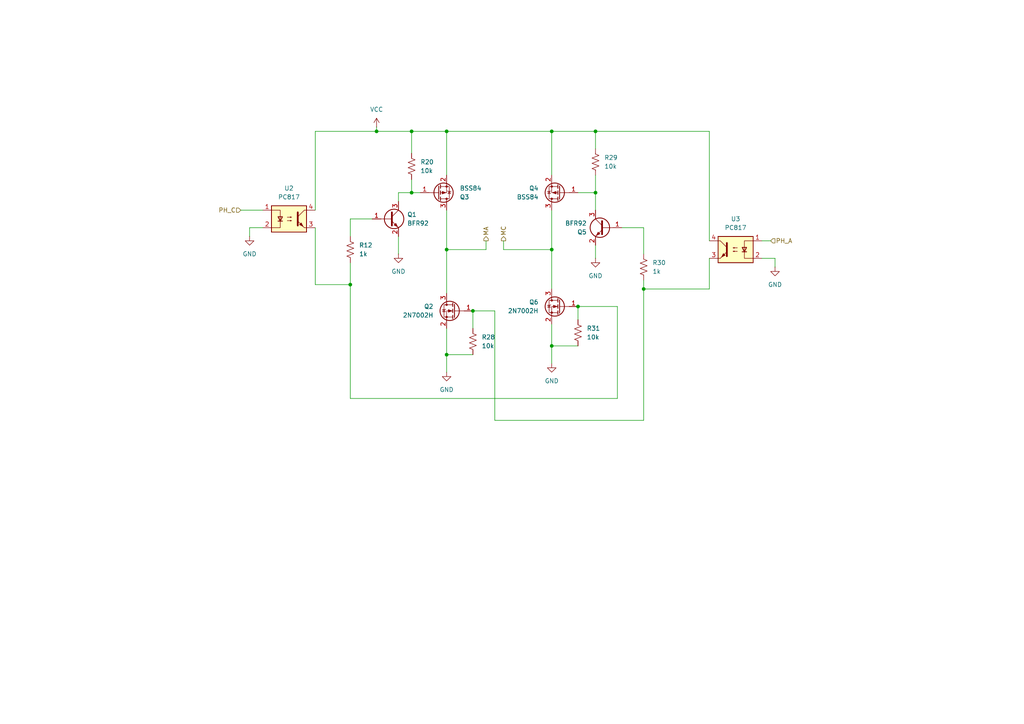
<source format=kicad_sch>
(kicad_sch
	(version 20250114)
	(generator "eeschema")
	(generator_version "9.0")
	(uuid "d211ad78-8682-48bd-b26d-fc971c8a0a5e")
	(paper "A4")
	(lib_symbols
		(symbol "Device:R_US"
			(pin_numbers
				(hide yes)
			)
			(pin_names
				(offset 0)
			)
			(exclude_from_sim no)
			(in_bom yes)
			(on_board yes)
			(property "Reference" "R"
				(at 2.54 0 90)
				(effects
					(font
						(size 1.27 1.27)
					)
				)
			)
			(property "Value" "R_US"
				(at -2.54 0 90)
				(effects
					(font
						(size 1.27 1.27)
					)
				)
			)
			(property "Footprint" ""
				(at 1.016 -0.254 90)
				(effects
					(font
						(size 1.27 1.27)
					)
					(hide yes)
				)
			)
			(property "Datasheet" "~"
				(at 0 0 0)
				(effects
					(font
						(size 1.27 1.27)
					)
					(hide yes)
				)
			)
			(property "Description" "Resistor, US symbol"
				(at 0 0 0)
				(effects
					(font
						(size 1.27 1.27)
					)
					(hide yes)
				)
			)
			(property "ki_keywords" "R res resistor"
				(at 0 0 0)
				(effects
					(font
						(size 1.27 1.27)
					)
					(hide yes)
				)
			)
			(property "ki_fp_filters" "R_*"
				(at 0 0 0)
				(effects
					(font
						(size 1.27 1.27)
					)
					(hide yes)
				)
			)
			(symbol "R_US_0_1"
				(polyline
					(pts
						(xy 0 2.286) (xy 0 2.54)
					)
					(stroke
						(width 0)
						(type default)
					)
					(fill
						(type none)
					)
				)
				(polyline
					(pts
						(xy 0 2.286) (xy 1.016 1.905) (xy 0 1.524) (xy -1.016 1.143) (xy 0 0.762)
					)
					(stroke
						(width 0)
						(type default)
					)
					(fill
						(type none)
					)
				)
				(polyline
					(pts
						(xy 0 0.762) (xy 1.016 0.381) (xy 0 0) (xy -1.016 -0.381) (xy 0 -0.762)
					)
					(stroke
						(width 0)
						(type default)
					)
					(fill
						(type none)
					)
				)
				(polyline
					(pts
						(xy 0 -0.762) (xy 1.016 -1.143) (xy 0 -1.524) (xy -1.016 -1.905) (xy 0 -2.286)
					)
					(stroke
						(width 0)
						(type default)
					)
					(fill
						(type none)
					)
				)
				(polyline
					(pts
						(xy 0 -2.286) (xy 0 -2.54)
					)
					(stroke
						(width 0)
						(type default)
					)
					(fill
						(type none)
					)
				)
			)
			(symbol "R_US_1_1"
				(pin passive line
					(at 0 3.81 270)
					(length 1.27)
					(name "~"
						(effects
							(font
								(size 1.27 1.27)
							)
						)
					)
					(number "1"
						(effects
							(font
								(size 1.27 1.27)
							)
						)
					)
				)
				(pin passive line
					(at 0 -3.81 90)
					(length 1.27)
					(name "~"
						(effects
							(font
								(size 1.27 1.27)
							)
						)
					)
					(number "2"
						(effects
							(font
								(size 1.27 1.27)
							)
						)
					)
				)
			)
			(embedded_fonts no)
		)
		(symbol "Isolator:PC817"
			(pin_names
				(offset 1.016)
			)
			(exclude_from_sim no)
			(in_bom yes)
			(on_board yes)
			(property "Reference" "U"
				(at -5.08 5.08 0)
				(effects
					(font
						(size 1.27 1.27)
					)
					(justify left)
				)
			)
			(property "Value" "PC817"
				(at 0 5.08 0)
				(effects
					(font
						(size 1.27 1.27)
					)
					(justify left)
				)
			)
			(property "Footprint" "Package_DIP:DIP-4_W7.62mm"
				(at -5.08 -5.08 0)
				(effects
					(font
						(size 1.27 1.27)
						(italic yes)
					)
					(justify left)
					(hide yes)
				)
			)
			(property "Datasheet" "http://www.soselectronic.cz/a_info/resource/d/pc817.pdf"
				(at 0 0 0)
				(effects
					(font
						(size 1.27 1.27)
					)
					(justify left)
					(hide yes)
				)
			)
			(property "Description" "DC Optocoupler, Vce 35V, CTR 50-300%, DIP-4"
				(at 0 0 0)
				(effects
					(font
						(size 1.27 1.27)
					)
					(hide yes)
				)
			)
			(property "ki_keywords" "NPN DC Optocoupler"
				(at 0 0 0)
				(effects
					(font
						(size 1.27 1.27)
					)
					(hide yes)
				)
			)
			(property "ki_fp_filters" "DIP*W7.62mm*"
				(at 0 0 0)
				(effects
					(font
						(size 1.27 1.27)
					)
					(hide yes)
				)
			)
			(symbol "PC817_0_1"
				(rectangle
					(start -5.08 3.81)
					(end 5.08 -3.81)
					(stroke
						(width 0.254)
						(type default)
					)
					(fill
						(type background)
					)
				)
				(polyline
					(pts
						(xy -5.08 2.54) (xy -2.54 2.54) (xy -2.54 -0.635)
					)
					(stroke
						(width 0)
						(type default)
					)
					(fill
						(type none)
					)
				)
				(polyline
					(pts
						(xy -3.175 -0.635) (xy -1.905 -0.635)
					)
					(stroke
						(width 0.254)
						(type default)
					)
					(fill
						(type none)
					)
				)
				(polyline
					(pts
						(xy -2.54 -0.635) (xy -2.54 -2.54) (xy -5.08 -2.54)
					)
					(stroke
						(width 0)
						(type default)
					)
					(fill
						(type none)
					)
				)
				(polyline
					(pts
						(xy -2.54 -0.635) (xy -3.175 0.635) (xy -1.905 0.635) (xy -2.54 -0.635)
					)
					(stroke
						(width 0.254)
						(type default)
					)
					(fill
						(type none)
					)
				)
				(polyline
					(pts
						(xy -0.508 0.508) (xy 0.762 0.508) (xy 0.381 0.381) (xy 0.381 0.635) (xy 0.762 0.508)
					)
					(stroke
						(width 0)
						(type default)
					)
					(fill
						(type none)
					)
				)
				(polyline
					(pts
						(xy -0.508 -0.508) (xy 0.762 -0.508) (xy 0.381 -0.635) (xy 0.381 -0.381) (xy 0.762 -0.508)
					)
					(stroke
						(width 0)
						(type default)
					)
					(fill
						(type none)
					)
				)
				(polyline
					(pts
						(xy 2.54 1.905) (xy 2.54 -1.905) (xy 2.54 -1.905)
					)
					(stroke
						(width 0.508)
						(type default)
					)
					(fill
						(type none)
					)
				)
				(polyline
					(pts
						(xy 2.54 0.635) (xy 4.445 2.54)
					)
					(stroke
						(width 0)
						(type default)
					)
					(fill
						(type none)
					)
				)
				(polyline
					(pts
						(xy 3.048 -1.651) (xy 3.556 -1.143) (xy 4.064 -2.159) (xy 3.048 -1.651) (xy 3.048 -1.651)
					)
					(stroke
						(width 0)
						(type default)
					)
					(fill
						(type outline)
					)
				)
				(polyline
					(pts
						(xy 4.445 2.54) (xy 5.08 2.54)
					)
					(stroke
						(width 0)
						(type default)
					)
					(fill
						(type none)
					)
				)
				(polyline
					(pts
						(xy 4.445 -2.54) (xy 2.54 -0.635)
					)
					(stroke
						(width 0)
						(type default)
					)
					(fill
						(type outline)
					)
				)
				(polyline
					(pts
						(xy 4.445 -2.54) (xy 5.08 -2.54)
					)
					(stroke
						(width 0)
						(type default)
					)
					(fill
						(type none)
					)
				)
			)
			(symbol "PC817_1_1"
				(pin passive line
					(at -7.62 2.54 0)
					(length 2.54)
					(name "~"
						(effects
							(font
								(size 1.27 1.27)
							)
						)
					)
					(number "1"
						(effects
							(font
								(size 1.27 1.27)
							)
						)
					)
				)
				(pin passive line
					(at -7.62 -2.54 0)
					(length 2.54)
					(name "~"
						(effects
							(font
								(size 1.27 1.27)
							)
						)
					)
					(number "2"
						(effects
							(font
								(size 1.27 1.27)
							)
						)
					)
				)
				(pin passive line
					(at 7.62 2.54 180)
					(length 2.54)
					(name "~"
						(effects
							(font
								(size 1.27 1.27)
							)
						)
					)
					(number "4"
						(effects
							(font
								(size 1.27 1.27)
							)
						)
					)
				)
				(pin passive line
					(at 7.62 -2.54 180)
					(length 2.54)
					(name "~"
						(effects
							(font
								(size 1.27 1.27)
							)
						)
					)
					(number "3"
						(effects
							(font
								(size 1.27 1.27)
							)
						)
					)
				)
			)
			(embedded_fonts no)
		)
		(symbol "Transistor_BJT:BFR92"
			(pin_names
				(offset 0)
				(hide yes)
			)
			(exclude_from_sim no)
			(in_bom yes)
			(on_board yes)
			(property "Reference" "Q"
				(at 5.08 1.905 0)
				(effects
					(font
						(size 1.27 1.27)
					)
					(justify left)
				)
			)
			(property "Value" "BFR92"
				(at 5.08 0 0)
				(effects
					(font
						(size 1.27 1.27)
					)
					(justify left)
				)
			)
			(property "Footprint" "Package_TO_SOT_SMD:SOT-323_SC-70"
				(at 5.08 -1.905 0)
				(effects
					(font
						(size 1.27 1.27)
						(italic yes)
					)
					(justify left)
					(hide yes)
				)
			)
			(property "Datasheet" "https://assets.nexperia.com/documents/data-sheet/BFR92A_N.pdf"
				(at 0 0 0)
				(effects
					(font
						(size 1.27 1.27)
					)
					(justify left)
					(hide yes)
				)
			)
			(property "Description" "0.025A Ic, 15V Vce, 5GHz Wideband NPN Transistor, SOT-323"
				(at 0 0 0)
				(effects
					(font
						(size 1.27 1.27)
					)
					(hide yes)
				)
			)
			(property "ki_keywords" "RF 5GHz NPN Transistor"
				(at 0 0 0)
				(effects
					(font
						(size 1.27 1.27)
					)
					(hide yes)
				)
			)
			(property "ki_fp_filters" "SOT?323*"
				(at 0 0 0)
				(effects
					(font
						(size 1.27 1.27)
					)
					(hide yes)
				)
			)
			(symbol "BFR92_0_1"
				(polyline
					(pts
						(xy -2.54 0) (xy 0.635 0)
					)
					(stroke
						(width 0)
						(type default)
					)
					(fill
						(type none)
					)
				)
				(polyline
					(pts
						(xy 0.635 1.905) (xy 0.635 -1.905)
					)
					(stroke
						(width 0.508)
						(type default)
					)
					(fill
						(type none)
					)
				)
				(circle
					(center 1.27 0)
					(radius 2.8194)
					(stroke
						(width 0.254)
						(type default)
					)
					(fill
						(type none)
					)
				)
			)
			(symbol "BFR92_1_1"
				(polyline
					(pts
						(xy 0.635 0.635) (xy 2.54 2.54)
					)
					(stroke
						(width 0)
						(type default)
					)
					(fill
						(type none)
					)
				)
				(polyline
					(pts
						(xy 0.635 -0.635) (xy 2.54 -2.54)
					)
					(stroke
						(width 0)
						(type default)
					)
					(fill
						(type none)
					)
				)
				(polyline
					(pts
						(xy 1.27 -1.778) (xy 1.778 -1.27) (xy 2.286 -2.286) (xy 1.27 -1.778)
					)
					(stroke
						(width 0)
						(type default)
					)
					(fill
						(type outline)
					)
				)
				(pin input line
					(at -5.08 0 0)
					(length 2.54)
					(name "B"
						(effects
							(font
								(size 1.27 1.27)
							)
						)
					)
					(number "1"
						(effects
							(font
								(size 1.27 1.27)
							)
						)
					)
				)
				(pin passive line
					(at 2.54 5.08 270)
					(length 2.54)
					(name "C"
						(effects
							(font
								(size 1.27 1.27)
							)
						)
					)
					(number "3"
						(effects
							(font
								(size 1.27 1.27)
							)
						)
					)
				)
				(pin passive line
					(at 2.54 -5.08 90)
					(length 2.54)
					(name "E"
						(effects
							(font
								(size 1.27 1.27)
							)
						)
					)
					(number "2"
						(effects
							(font
								(size 1.27 1.27)
							)
						)
					)
				)
			)
			(embedded_fonts no)
		)
		(symbol "Transistor_FET:2N7002H"
			(pin_names
				(hide yes)
			)
			(exclude_from_sim no)
			(in_bom yes)
			(on_board yes)
			(property "Reference" "Q"
				(at 5.08 1.905 0)
				(effects
					(font
						(size 1.27 1.27)
					)
					(justify left)
				)
			)
			(property "Value" "2N7002H"
				(at 5.08 0 0)
				(effects
					(font
						(size 1.27 1.27)
					)
					(justify left)
				)
			)
			(property "Footprint" "Package_TO_SOT_SMD:SOT-23"
				(at 5.08 -1.905 0)
				(effects
					(font
						(size 1.27 1.27)
						(italic yes)
					)
					(justify left)
					(hide yes)
				)
			)
			(property "Datasheet" "http://www.diodes.com/assets/Datasheets/2N7002H.pdf"
				(at 5.08 -3.81 0)
				(effects
					(font
						(size 1.27 1.27)
					)
					(justify left)
					(hide yes)
				)
			)
			(property "Description" "0.21A Id, 60V Vds, N-Channel MOSFET, SOT-23"
				(at 0 0 0)
				(effects
					(font
						(size 1.27 1.27)
					)
					(hide yes)
				)
			)
			(property "ki_keywords" "N-Channel MOSFET"
				(at 0 0 0)
				(effects
					(font
						(size 1.27 1.27)
					)
					(hide yes)
				)
			)
			(property "ki_fp_filters" "SOT?23*"
				(at 0 0 0)
				(effects
					(font
						(size 1.27 1.27)
					)
					(hide yes)
				)
			)
			(symbol "2N7002H_0_1"
				(polyline
					(pts
						(xy 0.254 1.905) (xy 0.254 -1.905)
					)
					(stroke
						(width 0.254)
						(type default)
					)
					(fill
						(type none)
					)
				)
				(polyline
					(pts
						(xy 0.254 0) (xy -2.54 0)
					)
					(stroke
						(width 0)
						(type default)
					)
					(fill
						(type none)
					)
				)
				(polyline
					(pts
						(xy 0.762 2.286) (xy 0.762 1.27)
					)
					(stroke
						(width 0.254)
						(type default)
					)
					(fill
						(type none)
					)
				)
				(polyline
					(pts
						(xy 0.762 0.508) (xy 0.762 -0.508)
					)
					(stroke
						(width 0.254)
						(type default)
					)
					(fill
						(type none)
					)
				)
				(polyline
					(pts
						(xy 0.762 -1.27) (xy 0.762 -2.286)
					)
					(stroke
						(width 0.254)
						(type default)
					)
					(fill
						(type none)
					)
				)
				(polyline
					(pts
						(xy 0.762 -1.778) (xy 3.302 -1.778) (xy 3.302 1.778) (xy 0.762 1.778)
					)
					(stroke
						(width 0)
						(type default)
					)
					(fill
						(type none)
					)
				)
				(polyline
					(pts
						(xy 1.016 0) (xy 2.032 0.381) (xy 2.032 -0.381) (xy 1.016 0)
					)
					(stroke
						(width 0)
						(type default)
					)
					(fill
						(type outline)
					)
				)
				(circle
					(center 1.651 0)
					(radius 2.794)
					(stroke
						(width 0.254)
						(type default)
					)
					(fill
						(type none)
					)
				)
				(polyline
					(pts
						(xy 2.54 2.54) (xy 2.54 1.778)
					)
					(stroke
						(width 0)
						(type default)
					)
					(fill
						(type none)
					)
				)
				(circle
					(center 2.54 1.778)
					(radius 0.254)
					(stroke
						(width 0)
						(type default)
					)
					(fill
						(type outline)
					)
				)
				(circle
					(center 2.54 -1.778)
					(radius 0.254)
					(stroke
						(width 0)
						(type default)
					)
					(fill
						(type outline)
					)
				)
				(polyline
					(pts
						(xy 2.54 -2.54) (xy 2.54 0) (xy 0.762 0)
					)
					(stroke
						(width 0)
						(type default)
					)
					(fill
						(type none)
					)
				)
				(polyline
					(pts
						(xy 2.794 0.508) (xy 2.921 0.381) (xy 3.683 0.381) (xy 3.81 0.254)
					)
					(stroke
						(width 0)
						(type default)
					)
					(fill
						(type none)
					)
				)
				(polyline
					(pts
						(xy 3.302 0.381) (xy 2.921 -0.254) (xy 3.683 -0.254) (xy 3.302 0.381)
					)
					(stroke
						(width 0)
						(type default)
					)
					(fill
						(type none)
					)
				)
			)
			(symbol "2N7002H_1_1"
				(pin input line
					(at -5.08 0 0)
					(length 2.54)
					(name "G"
						(effects
							(font
								(size 1.27 1.27)
							)
						)
					)
					(number "1"
						(effects
							(font
								(size 1.27 1.27)
							)
						)
					)
				)
				(pin passive line
					(at 2.54 5.08 270)
					(length 2.54)
					(name "D"
						(effects
							(font
								(size 1.27 1.27)
							)
						)
					)
					(number "3"
						(effects
							(font
								(size 1.27 1.27)
							)
						)
					)
				)
				(pin passive line
					(at 2.54 -5.08 90)
					(length 2.54)
					(name "S"
						(effects
							(font
								(size 1.27 1.27)
							)
						)
					)
					(number "2"
						(effects
							(font
								(size 1.27 1.27)
							)
						)
					)
				)
			)
			(embedded_fonts no)
		)
		(symbol "Transistor_FET:BSS84"
			(pin_names
				(hide yes)
			)
			(exclude_from_sim no)
			(in_bom yes)
			(on_board yes)
			(property "Reference" "Q"
				(at 5.08 1.905 0)
				(effects
					(font
						(size 1.27 1.27)
					)
					(justify left)
				)
			)
			(property "Value" "BSS84"
				(at 5.08 0 0)
				(effects
					(font
						(size 1.27 1.27)
					)
					(justify left)
				)
			)
			(property "Footprint" "Package_TO_SOT_SMD:SOT-23"
				(at 5.08 -1.905 0)
				(effects
					(font
						(size 1.27 1.27)
						(italic yes)
					)
					(justify left)
					(hide yes)
				)
			)
			(property "Datasheet" "http://assets.nexperia.com/documents/data-sheet/BSS84.pdf"
				(at 5.08 -3.81 0)
				(effects
					(font
						(size 1.27 1.27)
					)
					(justify left)
					(hide yes)
				)
			)
			(property "Description" "-0.13A Id, -50V Vds, P-Channel MOSFET, SOT-23"
				(at 0 0 0)
				(effects
					(font
						(size 1.27 1.27)
					)
					(hide yes)
				)
			)
			(property "ki_keywords" "P-Channel MOSFET"
				(at 0 0 0)
				(effects
					(font
						(size 1.27 1.27)
					)
					(hide yes)
				)
			)
			(property "ki_fp_filters" "SOT?23*"
				(at 0 0 0)
				(effects
					(font
						(size 1.27 1.27)
					)
					(hide yes)
				)
			)
			(symbol "BSS84_0_1"
				(polyline
					(pts
						(xy 0.254 1.905) (xy 0.254 -1.905)
					)
					(stroke
						(width 0.254)
						(type default)
					)
					(fill
						(type none)
					)
				)
				(polyline
					(pts
						(xy 0.254 0) (xy -2.54 0)
					)
					(stroke
						(width 0)
						(type default)
					)
					(fill
						(type none)
					)
				)
				(polyline
					(pts
						(xy 0.762 2.286) (xy 0.762 1.27)
					)
					(stroke
						(width 0.254)
						(type default)
					)
					(fill
						(type none)
					)
				)
				(polyline
					(pts
						(xy 0.762 1.778) (xy 3.302 1.778) (xy 3.302 -1.778) (xy 0.762 -1.778)
					)
					(stroke
						(width 0)
						(type default)
					)
					(fill
						(type none)
					)
				)
				(polyline
					(pts
						(xy 0.762 0.508) (xy 0.762 -0.508)
					)
					(stroke
						(width 0.254)
						(type default)
					)
					(fill
						(type none)
					)
				)
				(polyline
					(pts
						(xy 0.762 -1.27) (xy 0.762 -2.286)
					)
					(stroke
						(width 0.254)
						(type default)
					)
					(fill
						(type none)
					)
				)
				(circle
					(center 1.651 0)
					(radius 2.794)
					(stroke
						(width 0.254)
						(type default)
					)
					(fill
						(type none)
					)
				)
				(polyline
					(pts
						(xy 2.286 0) (xy 1.27 0.381) (xy 1.27 -0.381) (xy 2.286 0)
					)
					(stroke
						(width 0)
						(type default)
					)
					(fill
						(type outline)
					)
				)
				(polyline
					(pts
						(xy 2.54 2.54) (xy 2.54 1.778)
					)
					(stroke
						(width 0)
						(type default)
					)
					(fill
						(type none)
					)
				)
				(circle
					(center 2.54 1.778)
					(radius 0.254)
					(stroke
						(width 0)
						(type default)
					)
					(fill
						(type outline)
					)
				)
				(circle
					(center 2.54 -1.778)
					(radius 0.254)
					(stroke
						(width 0)
						(type default)
					)
					(fill
						(type outline)
					)
				)
				(polyline
					(pts
						(xy 2.54 -2.54) (xy 2.54 0) (xy 0.762 0)
					)
					(stroke
						(width 0)
						(type default)
					)
					(fill
						(type none)
					)
				)
				(polyline
					(pts
						(xy 2.794 -0.508) (xy 2.921 -0.381) (xy 3.683 -0.381) (xy 3.81 -0.254)
					)
					(stroke
						(width 0)
						(type default)
					)
					(fill
						(type none)
					)
				)
				(polyline
					(pts
						(xy 3.302 -0.381) (xy 2.921 0.254) (xy 3.683 0.254) (xy 3.302 -0.381)
					)
					(stroke
						(width 0)
						(type default)
					)
					(fill
						(type none)
					)
				)
			)
			(symbol "BSS84_1_1"
				(pin input line
					(at -5.08 0 0)
					(length 2.54)
					(name "G"
						(effects
							(font
								(size 1.27 1.27)
							)
						)
					)
					(number "1"
						(effects
							(font
								(size 1.27 1.27)
							)
						)
					)
				)
				(pin passive line
					(at 2.54 5.08 270)
					(length 2.54)
					(name "D"
						(effects
							(font
								(size 1.27 1.27)
							)
						)
					)
					(number "3"
						(effects
							(font
								(size 1.27 1.27)
							)
						)
					)
				)
				(pin passive line
					(at 2.54 -5.08 90)
					(length 2.54)
					(name "S"
						(effects
							(font
								(size 1.27 1.27)
							)
						)
					)
					(number "2"
						(effects
							(font
								(size 1.27 1.27)
							)
						)
					)
				)
			)
			(embedded_fonts no)
		)
		(symbol "power:GND"
			(power)
			(pin_numbers
				(hide yes)
			)
			(pin_names
				(offset 0)
				(hide yes)
			)
			(exclude_from_sim no)
			(in_bom yes)
			(on_board yes)
			(property "Reference" "#PWR"
				(at 0 -6.35 0)
				(effects
					(font
						(size 1.27 1.27)
					)
					(hide yes)
				)
			)
			(property "Value" "GND"
				(at 0 -3.81 0)
				(effects
					(font
						(size 1.27 1.27)
					)
				)
			)
			(property "Footprint" ""
				(at 0 0 0)
				(effects
					(font
						(size 1.27 1.27)
					)
					(hide yes)
				)
			)
			(property "Datasheet" ""
				(at 0 0 0)
				(effects
					(font
						(size 1.27 1.27)
					)
					(hide yes)
				)
			)
			(property "Description" "Power symbol creates a global label with name \"GND\" , ground"
				(at 0 0 0)
				(effects
					(font
						(size 1.27 1.27)
					)
					(hide yes)
				)
			)
			(property "ki_keywords" "global power"
				(at 0 0 0)
				(effects
					(font
						(size 1.27 1.27)
					)
					(hide yes)
				)
			)
			(symbol "GND_0_1"
				(polyline
					(pts
						(xy 0 0) (xy 0 -1.27) (xy 1.27 -1.27) (xy 0 -2.54) (xy -1.27 -1.27) (xy 0 -1.27)
					)
					(stroke
						(width 0)
						(type default)
					)
					(fill
						(type none)
					)
				)
			)
			(symbol "GND_1_1"
				(pin power_in line
					(at 0 0 270)
					(length 0)
					(name "~"
						(effects
							(font
								(size 1.27 1.27)
							)
						)
					)
					(number "1"
						(effects
							(font
								(size 1.27 1.27)
							)
						)
					)
				)
			)
			(embedded_fonts no)
		)
		(symbol "power:VCC"
			(power)
			(pin_numbers
				(hide yes)
			)
			(pin_names
				(offset 0)
				(hide yes)
			)
			(exclude_from_sim no)
			(in_bom yes)
			(on_board yes)
			(property "Reference" "#PWR"
				(at 0 -3.81 0)
				(effects
					(font
						(size 1.27 1.27)
					)
					(hide yes)
				)
			)
			(property "Value" "VCC"
				(at 0 3.556 0)
				(effects
					(font
						(size 1.27 1.27)
					)
				)
			)
			(property "Footprint" ""
				(at 0 0 0)
				(effects
					(font
						(size 1.27 1.27)
					)
					(hide yes)
				)
			)
			(property "Datasheet" ""
				(at 0 0 0)
				(effects
					(font
						(size 1.27 1.27)
					)
					(hide yes)
				)
			)
			(property "Description" "Power symbol creates a global label with name \"VCC\""
				(at 0 0 0)
				(effects
					(font
						(size 1.27 1.27)
					)
					(hide yes)
				)
			)
			(property "ki_keywords" "global power"
				(at 0 0 0)
				(effects
					(font
						(size 1.27 1.27)
					)
					(hide yes)
				)
			)
			(symbol "VCC_0_1"
				(polyline
					(pts
						(xy -0.762 1.27) (xy 0 2.54)
					)
					(stroke
						(width 0)
						(type default)
					)
					(fill
						(type none)
					)
				)
				(polyline
					(pts
						(xy 0 2.54) (xy 0.762 1.27)
					)
					(stroke
						(width 0)
						(type default)
					)
					(fill
						(type none)
					)
				)
				(polyline
					(pts
						(xy 0 0) (xy 0 2.54)
					)
					(stroke
						(width 0)
						(type default)
					)
					(fill
						(type none)
					)
				)
			)
			(symbol "VCC_1_1"
				(pin power_in line
					(at 0 0 90)
					(length 0)
					(name "~"
						(effects
							(font
								(size 1.27 1.27)
							)
						)
					)
					(number "1"
						(effects
							(font
								(size 1.27 1.27)
							)
						)
					)
				)
			)
			(embedded_fonts no)
		)
	)
	(junction
		(at 160.02 38.1)
		(diameter 0)
		(color 0 0 0 0)
		(uuid "15849d74-989e-4e8c-b4d6-882be0346258")
	)
	(junction
		(at 160.02 100.33)
		(diameter 0)
		(color 0 0 0 0)
		(uuid "1fbe8671-c3e1-46a3-b358-e8e0f41ecb20")
	)
	(junction
		(at 172.72 55.88)
		(diameter 0)
		(color 0 0 0 0)
		(uuid "46e9c7f6-18ee-4fa6-8ff4-254bbaca99f1")
	)
	(junction
		(at 101.6 82.55)
		(diameter 0)
		(color 0 0 0 0)
		(uuid "5ea7c648-8829-4ac4-909a-042421bc3443")
	)
	(junction
		(at 160.02 72.39)
		(diameter 0)
		(color 0 0 0 0)
		(uuid "5ff3290e-ade8-4a00-bd33-caf6a09793ba")
	)
	(junction
		(at 186.69 83.82)
		(diameter 0)
		(color 0 0 0 0)
		(uuid "79356dc2-4a56-4fe5-912c-77098173b82c")
	)
	(junction
		(at 167.64 88.9)
		(diameter 0)
		(color 0 0 0 0)
		(uuid "8beefff2-08b0-4a4b-9e63-e3bd12f28db7")
	)
	(junction
		(at 129.54 72.39)
		(diameter 0)
		(color 0 0 0 0)
		(uuid "99e0ad5c-5006-4adf-9b1d-5794a125086e")
	)
	(junction
		(at 129.54 38.1)
		(diameter 0)
		(color 0 0 0 0)
		(uuid "a1b0b35d-0279-42a8-8252-899d43fc37f0")
	)
	(junction
		(at 172.72 38.1)
		(diameter 0)
		(color 0 0 0 0)
		(uuid "afc48d0a-7a17-45dd-b528-fe4054633c10")
	)
	(junction
		(at 119.38 38.1)
		(diameter 0)
		(color 0 0 0 0)
		(uuid "b774e02d-d2d3-4369-a995-b15658678195")
	)
	(junction
		(at 129.54 102.87)
		(diameter 0)
		(color 0 0 0 0)
		(uuid "bc2f78bd-7095-4be0-9930-79ea98229a42")
	)
	(junction
		(at 119.38 55.88)
		(diameter 0)
		(color 0 0 0 0)
		(uuid "be6e940b-a179-476d-b265-d90aff4a2986")
	)
	(junction
		(at 109.22 38.1)
		(diameter 0)
		(color 0 0 0 0)
		(uuid "d41454e1-28fc-42a7-9f80-be54e49940f4")
	)
	(junction
		(at 137.16 90.17)
		(diameter 0)
		(color 0 0 0 0)
		(uuid "f2137ab6-2b6c-425a-978d-4b20ae879bc4")
	)
	(wire
		(pts
			(xy 109.22 38.1) (xy 109.22 36.83)
		)
		(stroke
			(width 0)
			(type default)
		)
		(uuid "0ea4be03-3aa6-4552-a2ee-35e4e4974cd8")
	)
	(wire
		(pts
			(xy 119.38 52.07) (xy 119.38 55.88)
		)
		(stroke
			(width 0)
			(type default)
		)
		(uuid "11cae194-1668-4d25-9749-8d5b66820334")
	)
	(wire
		(pts
			(xy 91.44 38.1) (xy 109.22 38.1)
		)
		(stroke
			(width 0)
			(type default)
		)
		(uuid "12a736db-6c4f-4c28-8fc9-c395e22289b9")
	)
	(wire
		(pts
			(xy 129.54 50.8) (xy 129.54 38.1)
		)
		(stroke
			(width 0)
			(type default)
		)
		(uuid "1309b784-0f09-4cf7-bf1e-bc2d0eec86ff")
	)
	(wire
		(pts
			(xy 180.34 66.04) (xy 186.69 66.04)
		)
		(stroke
			(width 0)
			(type default)
		)
		(uuid "13e6a131-7206-4ac2-a51a-cc42b0796f8d")
	)
	(wire
		(pts
			(xy 160.02 72.39) (xy 160.02 83.82)
		)
		(stroke
			(width 0)
			(type default)
		)
		(uuid "2112b934-1ac7-4b41-9476-caee4a648025")
	)
	(wire
		(pts
			(xy 205.74 69.85) (xy 205.74 38.1)
		)
		(stroke
			(width 0)
			(type default)
		)
		(uuid "239d88c6-bb36-49b4-903a-149e0e2836a8")
	)
	(wire
		(pts
			(xy 115.57 55.88) (xy 119.38 55.88)
		)
		(stroke
			(width 0)
			(type default)
		)
		(uuid "24772734-0af5-49a2-8a8d-698bac176de0")
	)
	(wire
		(pts
			(xy 101.6 63.5) (xy 107.95 63.5)
		)
		(stroke
			(width 0)
			(type default)
		)
		(uuid "2719016b-c790-4b67-84be-c9c7659a497b")
	)
	(wire
		(pts
			(xy 72.39 66.04) (xy 72.39 68.58)
		)
		(stroke
			(width 0)
			(type default)
		)
		(uuid "2b16dcb3-2921-4188-a5a7-fbf092fe8463")
	)
	(wire
		(pts
			(xy 220.98 69.85) (xy 223.52 69.85)
		)
		(stroke
			(width 0)
			(type default)
		)
		(uuid "2b87959d-f633-4187-aae7-f5cdda214e38")
	)
	(wire
		(pts
			(xy 186.69 81.28) (xy 186.69 83.82)
		)
		(stroke
			(width 0)
			(type default)
		)
		(uuid "2d15b024-b457-4bd1-bb03-749ed7dbfc1f")
	)
	(wire
		(pts
			(xy 160.02 100.33) (xy 167.64 100.33)
		)
		(stroke
			(width 0)
			(type default)
		)
		(uuid "303668f3-4899-489c-bb8e-93e193498d2b")
	)
	(wire
		(pts
			(xy 91.44 66.04) (xy 91.44 82.55)
		)
		(stroke
			(width 0)
			(type default)
		)
		(uuid "3c2e7150-47bb-400d-ae88-7a1d777b61cf")
	)
	(wire
		(pts
			(xy 129.54 72.39) (xy 129.54 85.09)
		)
		(stroke
			(width 0)
			(type default)
		)
		(uuid "427db136-93bf-4bee-9dd6-eede829d1ad5")
	)
	(wire
		(pts
			(xy 172.72 71.12) (xy 172.72 74.93)
		)
		(stroke
			(width 0)
			(type default)
		)
		(uuid "499cf0b2-a831-480c-809d-225c220b3058")
	)
	(wire
		(pts
			(xy 160.02 93.98) (xy 160.02 100.33)
		)
		(stroke
			(width 0)
			(type default)
		)
		(uuid "4b2d0a29-5ab3-4780-8020-b8177d86c423")
	)
	(wire
		(pts
			(xy 160.02 60.96) (xy 160.02 72.39)
		)
		(stroke
			(width 0)
			(type default)
		)
		(uuid "4bde150d-9718-41a0-8aa5-17192271a8f4")
	)
	(wire
		(pts
			(xy 129.54 72.39) (xy 140.97 72.39)
		)
		(stroke
			(width 0)
			(type default)
		)
		(uuid "4d6467db-98c2-4f55-9787-2403e91e2a9d")
	)
	(wire
		(pts
			(xy 129.54 102.87) (xy 137.16 102.87)
		)
		(stroke
			(width 0)
			(type default)
		)
		(uuid "4dbfec69-c207-4cd5-85be-08c158e47ea9")
	)
	(wire
		(pts
			(xy 205.74 74.93) (xy 205.74 83.82)
		)
		(stroke
			(width 0)
			(type default)
		)
		(uuid "4e59626a-a882-4673-b5c1-d498860da430")
	)
	(wire
		(pts
			(xy 172.72 55.88) (xy 172.72 60.96)
		)
		(stroke
			(width 0)
			(type default)
		)
		(uuid "500fd0cd-9334-4464-8dc2-8d4acc771169")
	)
	(wire
		(pts
			(xy 172.72 38.1) (xy 160.02 38.1)
		)
		(stroke
			(width 0)
			(type default)
		)
		(uuid "5148394b-13f8-473a-a216-5dc31c970c67")
	)
	(wire
		(pts
			(xy 186.69 121.92) (xy 143.51 121.92)
		)
		(stroke
			(width 0)
			(type default)
		)
		(uuid "56285a40-de50-4076-a35e-40053f87f2c5")
	)
	(wire
		(pts
			(xy 129.54 95.25) (xy 129.54 102.87)
		)
		(stroke
			(width 0)
			(type default)
		)
		(uuid "5a69e659-6e43-4440-b1a4-9aa8267f8e86")
	)
	(wire
		(pts
			(xy 129.54 102.87) (xy 129.54 107.95)
		)
		(stroke
			(width 0)
			(type default)
		)
		(uuid "5a8144c8-ec2b-43a1-b693-6d8ffe02609b")
	)
	(wire
		(pts
			(xy 91.44 82.55) (xy 101.6 82.55)
		)
		(stroke
			(width 0)
			(type default)
		)
		(uuid "5ddc6590-472b-4202-9a0d-9f8b8e29fde9")
	)
	(wire
		(pts
			(xy 160.02 100.33) (xy 160.02 105.41)
		)
		(stroke
			(width 0)
			(type default)
		)
		(uuid "63fda63a-acd3-4ba9-aead-68e6b9f90c66")
	)
	(wire
		(pts
			(xy 76.2 66.04) (xy 72.39 66.04)
		)
		(stroke
			(width 0)
			(type default)
		)
		(uuid "6523aab9-ab83-44aa-bb8f-324acef3934b")
	)
	(wire
		(pts
			(xy 119.38 55.88) (xy 121.92 55.88)
		)
		(stroke
			(width 0)
			(type default)
		)
		(uuid "67c4d567-35df-4142-bc36-6ebce4efa46e")
	)
	(wire
		(pts
			(xy 115.57 68.58) (xy 115.57 73.66)
		)
		(stroke
			(width 0)
			(type default)
		)
		(uuid "6f7e799c-a78f-4290-a93c-e6296c7501de")
	)
	(wire
		(pts
			(xy 167.64 88.9) (xy 167.64 92.71)
		)
		(stroke
			(width 0)
			(type default)
		)
		(uuid "755c54d7-e972-4b52-a016-907b4f9c1e2a")
	)
	(wire
		(pts
			(xy 91.44 60.96) (xy 91.44 38.1)
		)
		(stroke
			(width 0)
			(type default)
		)
		(uuid "760ce2ac-a38d-461e-a7b5-4f50572e7e31")
	)
	(wire
		(pts
			(xy 143.51 121.92) (xy 143.51 90.17)
		)
		(stroke
			(width 0)
			(type default)
		)
		(uuid "76564962-07cc-4a8d-8b9b-3b013ff5c456")
	)
	(wire
		(pts
			(xy 205.74 38.1) (xy 172.72 38.1)
		)
		(stroke
			(width 0)
			(type default)
		)
		(uuid "86bdfde8-15ad-4f63-a9ce-fd19ffb13c9b")
	)
	(wire
		(pts
			(xy 146.05 72.39) (xy 160.02 72.39)
		)
		(stroke
			(width 0)
			(type default)
		)
		(uuid "879e8876-bb35-4a74-a0d5-8658f4f8c105")
	)
	(wire
		(pts
			(xy 160.02 50.8) (xy 160.02 38.1)
		)
		(stroke
			(width 0)
			(type default)
		)
		(uuid "87cdfbc6-f9c5-4651-a63c-ee93d09d3961")
	)
	(wire
		(pts
			(xy 143.51 90.17) (xy 137.16 90.17)
		)
		(stroke
			(width 0)
			(type default)
		)
		(uuid "8c300778-9e19-44c5-b6e3-34a3889e27dc")
	)
	(wire
		(pts
			(xy 137.16 90.17) (xy 137.16 95.25)
		)
		(stroke
			(width 0)
			(type default)
		)
		(uuid "9781dc6b-e6fa-440f-9b45-2563c6bbf3a1")
	)
	(wire
		(pts
			(xy 101.6 76.2) (xy 101.6 82.55)
		)
		(stroke
			(width 0)
			(type default)
		)
		(uuid "9a066770-4ba6-432d-9c7f-e5f618c919eb")
	)
	(wire
		(pts
			(xy 179.07 88.9) (xy 167.64 88.9)
		)
		(stroke
			(width 0)
			(type default)
		)
		(uuid "a2fdb04c-5726-44b5-8eab-998b848a3165")
	)
	(wire
		(pts
			(xy 220.98 74.93) (xy 224.79 74.93)
		)
		(stroke
			(width 0)
			(type default)
		)
		(uuid "a8dbdfb6-12a0-4904-96b0-7eacb96afde5")
	)
	(wire
		(pts
			(xy 101.6 82.55) (xy 101.6 115.57)
		)
		(stroke
			(width 0)
			(type default)
		)
		(uuid "aa77458b-f321-47d7-9cc4-c662fd359fa7")
	)
	(wire
		(pts
			(xy 186.69 83.82) (xy 186.69 121.92)
		)
		(stroke
			(width 0)
			(type default)
		)
		(uuid "ad338b29-a914-4d16-8064-f273aeb72f5c")
	)
	(wire
		(pts
			(xy 101.6 115.57) (xy 179.07 115.57)
		)
		(stroke
			(width 0)
			(type default)
		)
		(uuid "b0eda978-f961-4fbf-8516-ab56060666f0")
	)
	(wire
		(pts
			(xy 101.6 68.58) (xy 101.6 63.5)
		)
		(stroke
			(width 0)
			(type default)
		)
		(uuid "b33c67b1-b1b3-4e81-8230-ffb839338232")
	)
	(wire
		(pts
			(xy 119.38 44.45) (xy 119.38 38.1)
		)
		(stroke
			(width 0)
			(type default)
		)
		(uuid "b35868de-89b5-412f-8c92-20360d8d1a91")
	)
	(wire
		(pts
			(xy 69.85 60.96) (xy 76.2 60.96)
		)
		(stroke
			(width 0)
			(type default)
		)
		(uuid "baf76930-a526-411d-acd7-28370707d44d")
	)
	(wire
		(pts
			(xy 129.54 38.1) (xy 119.38 38.1)
		)
		(stroke
			(width 0)
			(type default)
		)
		(uuid "be22f661-7169-48b4-9105-a26851c8241a")
	)
	(wire
		(pts
			(xy 167.64 55.88) (xy 172.72 55.88)
		)
		(stroke
			(width 0)
			(type default)
		)
		(uuid "be87a3d0-85d8-4713-aa40-c35a9f109a5f")
	)
	(wire
		(pts
			(xy 115.57 58.42) (xy 115.57 55.88)
		)
		(stroke
			(width 0)
			(type default)
		)
		(uuid "bf2ed71c-94cc-4a79-8418-1052aaed7199")
	)
	(wire
		(pts
			(xy 160.02 38.1) (xy 129.54 38.1)
		)
		(stroke
			(width 0)
			(type default)
		)
		(uuid "c54e41aa-aa90-4bef-905c-dfc5472062f1")
	)
	(wire
		(pts
			(xy 119.38 38.1) (xy 109.22 38.1)
		)
		(stroke
			(width 0)
			(type default)
		)
		(uuid "c7312d4f-adba-4602-91ef-f309b06bcf8d")
	)
	(wire
		(pts
			(xy 186.69 66.04) (xy 186.69 73.66)
		)
		(stroke
			(width 0)
			(type default)
		)
		(uuid "cd1d3d65-8d6b-467b-bd23-48d432414954")
	)
	(wire
		(pts
			(xy 224.79 74.93) (xy 224.79 77.47)
		)
		(stroke
			(width 0)
			(type default)
		)
		(uuid "d30fbf8f-6a1e-49a7-af91-c0a323fa9dde")
	)
	(wire
		(pts
			(xy 205.74 83.82) (xy 186.69 83.82)
		)
		(stroke
			(width 0)
			(type default)
		)
		(uuid "d3448410-8b2b-4841-b3e2-84828b6b63b0")
	)
	(wire
		(pts
			(xy 129.54 60.96) (xy 129.54 72.39)
		)
		(stroke
			(width 0)
			(type default)
		)
		(uuid "d4888873-7b3b-49e9-bc9a-7b0ce1855e14")
	)
	(wire
		(pts
			(xy 172.72 55.88) (xy 172.72 50.8)
		)
		(stroke
			(width 0)
			(type default)
		)
		(uuid "db0cdbeb-d922-41b5-bb5c-8f7086a76176")
	)
	(wire
		(pts
			(xy 179.07 115.57) (xy 179.07 88.9)
		)
		(stroke
			(width 0)
			(type default)
		)
		(uuid "ded02e5c-d376-42dc-9655-dbab5500f703")
	)
	(wire
		(pts
			(xy 172.72 43.18) (xy 172.72 38.1)
		)
		(stroke
			(width 0)
			(type default)
		)
		(uuid "e2bab5da-d094-4a94-9dd8-6b91a7d58d3f")
	)
	(wire
		(pts
			(xy 140.97 69.85) (xy 140.97 72.39)
		)
		(stroke
			(width 0)
			(type default)
		)
		(uuid "f09d813a-fb20-4846-bc68-1738b865af9c")
	)
	(wire
		(pts
			(xy 146.05 69.85) (xy 146.05 72.39)
		)
		(stroke
			(width 0)
			(type default)
		)
		(uuid "fb0e3679-642f-499a-a344-8fbfc12a272f")
	)
	(hierarchical_label "PH_C"
		(shape input)
		(at 69.85 60.96 180)
		(effects
			(font
				(size 1.27 1.27)
			)
			(justify right)
		)
		(uuid "01ff1b3f-d4e6-4187-9c8d-a66767a2fb44")
	)
	(hierarchical_label "MC"
		(shape output)
		(at 146.05 69.85 90)
		(effects
			(font
				(size 1.27 1.27)
			)
			(justify left)
		)
		(uuid "3decd691-90f6-4977-a349-e181bd019dfd")
	)
	(hierarchical_label "MA"
		(shape output)
		(at 140.97 69.85 90)
		(effects
			(font
				(size 1.27 1.27)
			)
			(justify left)
		)
		(uuid "60601251-4485-4737-bc26-6c940d10f4e9")
	)
	(hierarchical_label "PH_A"
		(shape input)
		(at 223.52 69.85 0)
		(effects
			(font
				(size 1.27 1.27)
			)
			(justify left)
		)
		(uuid "ccc7432e-5655-41d7-ab35-a7b03509bd70")
	)
	(symbol
		(lib_id "power:GND")
		(at 115.57 73.66 0)
		(unit 1)
		(exclude_from_sim no)
		(in_bom yes)
		(on_board yes)
		(dnp no)
		(fields_autoplaced yes)
		(uuid "1a768d68-fd22-41e8-9d55-2a59ff8809f8")
		(property "Reference" "#PWR018"
			(at 115.57 80.01 0)
			(effects
				(font
					(size 1.27 1.27)
				)
				(hide yes)
			)
		)
		(property "Value" "GND"
			(at 115.57 78.74 0)
			(effects
				(font
					(size 1.27 1.27)
				)
			)
		)
		(property "Footprint" ""
			(at 115.57 73.66 0)
			(effects
				(font
					(size 1.27 1.27)
				)
				(hide yes)
			)
		)
		(property "Datasheet" ""
			(at 115.57 73.66 0)
			(effects
				(font
					(size 1.27 1.27)
				)
				(hide yes)
			)
		)
		(property "Description" "Power symbol creates a global label with name \"GND\" , ground"
			(at 115.57 73.66 0)
			(effects
				(font
					(size 1.27 1.27)
				)
				(hide yes)
			)
		)
		(pin "1"
			(uuid "a885fffc-9531-41d1-a125-efa66c638b7d")
		)
		(instances
			(project ""
				(path "/066fc511-7226-4630-beb0-d4fa33de32d6/98e2e1af-13f4-44d7-afbb-a6c00796e80f/71ed555e-0e81-46ba-b9e7-9a0fd8c8bdf6"
					(reference "#PWR018")
					(unit 1)
				)
			)
		)
	)
	(symbol
		(lib_id "Device:R_US")
		(at 172.72 46.99 0)
		(unit 1)
		(exclude_from_sim no)
		(in_bom yes)
		(on_board yes)
		(dnp no)
		(fields_autoplaced yes)
		(uuid "1c06f574-05f1-451b-a4b2-3526de02236c")
		(property "Reference" "R29"
			(at 175.26 45.7199 0)
			(effects
				(font
					(size 1.27 1.27)
				)
				(justify left)
			)
		)
		(property "Value" "10k"
			(at 175.26 48.2599 0)
			(effects
				(font
					(size 1.27 1.27)
				)
				(justify left)
			)
		)
		(property "Footprint" "Resistor_SMD:R_0603_1608Metric"
			(at 173.736 47.244 90)
			(effects
				(font
					(size 1.27 1.27)
				)
				(hide yes)
			)
		)
		(property "Datasheet" "~"
			(at 172.72 46.99 0)
			(effects
				(font
					(size 1.27 1.27)
				)
				(hide yes)
			)
		)
		(property "Description" "Resistor, US symbol"
			(at 172.72 46.99 0)
			(effects
				(font
					(size 1.27 1.27)
				)
				(hide yes)
			)
		)
		(pin "2"
			(uuid "ac43b4cc-8ec1-485b-bc45-f93e37b55073")
		)
		(pin "1"
			(uuid "c0c5f3ce-9f34-44f5-9711-1b18286534b7")
		)
		(instances
			(project "PCB porton"
				(path "/066fc511-7226-4630-beb0-d4fa33de32d6/98e2e1af-13f4-44d7-afbb-a6c00796e80f/71ed555e-0e81-46ba-b9e7-9a0fd8c8bdf6"
					(reference "R29")
					(unit 1)
				)
			)
		)
	)
	(symbol
		(lib_id "Transistor_FET:BSS84")
		(at 127 55.88 0)
		(mirror x)
		(unit 1)
		(exclude_from_sim no)
		(in_bom yes)
		(on_board yes)
		(dnp no)
		(uuid "270ae979-56d1-4ee3-b7b6-10af8dfde370")
		(property "Reference" "Q3"
			(at 133.35 57.1501 0)
			(effects
				(font
					(size 1.27 1.27)
				)
				(justify left)
			)
		)
		(property "Value" "BSS84"
			(at 133.35 54.6101 0)
			(effects
				(font
					(size 1.27 1.27)
				)
				(justify left)
			)
		)
		(property "Footprint" "Package_TO_SOT_SMD:SOT-23"
			(at 132.08 53.975 0)
			(effects
				(font
					(size 1.27 1.27)
					(italic yes)
				)
				(justify left)
				(hide yes)
			)
		)
		(property "Datasheet" "http://assets.nexperia.com/documents/data-sheet/BSS84.pdf"
			(at 132.08 52.07 0)
			(effects
				(font
					(size 1.27 1.27)
				)
				(justify left)
				(hide yes)
			)
		)
		(property "Description" "-0.13A Id, -50V Vds, P-Channel MOSFET, SOT-23"
			(at 127 55.88 0)
			(effects
				(font
					(size 1.27 1.27)
				)
				(hide yes)
			)
		)
		(pin "1"
			(uuid "950cf87f-6a2b-41b9-aedc-ac46215bbdb2")
		)
		(pin "2"
			(uuid "505d2fbe-1889-4a2a-b735-2069ef3d70d5")
		)
		(pin "3"
			(uuid "cf4ee656-bb04-4164-9414-7920025a919b")
		)
		(instances
			(project ""
				(path "/066fc511-7226-4630-beb0-d4fa33de32d6/98e2e1af-13f4-44d7-afbb-a6c00796e80f/71ed555e-0e81-46ba-b9e7-9a0fd8c8bdf6"
					(reference "Q3")
					(unit 1)
				)
			)
		)
	)
	(symbol
		(lib_id "Transistor_BJT:BFR92")
		(at 113.03 63.5 0)
		(unit 1)
		(exclude_from_sim no)
		(in_bom yes)
		(on_board yes)
		(dnp no)
		(fields_autoplaced yes)
		(uuid "2de14d86-66b9-4f0c-af39-4cdf51eb0d23")
		(property "Reference" "Q1"
			(at 118.11 62.2299 0)
			(effects
				(font
					(size 1.27 1.27)
				)
				(justify left)
			)
		)
		(property "Value" "BFR92"
			(at 118.11 64.7699 0)
			(effects
				(font
					(size 1.27 1.27)
				)
				(justify left)
			)
		)
		(property "Footprint" "Package_TO_SOT_SMD:SOT-323_SC-70"
			(at 118.11 65.405 0)
			(effects
				(font
					(size 1.27 1.27)
					(italic yes)
				)
				(justify left)
				(hide yes)
			)
		)
		(property "Datasheet" "https://assets.nexperia.com/documents/data-sheet/BFR92A_N.pdf"
			(at 113.03 63.5 0)
			(effects
				(font
					(size 1.27 1.27)
				)
				(justify left)
				(hide yes)
			)
		)
		(property "Description" "0.025A Ic, 15V Vce, 5GHz Wideband NPN Transistor, SOT-323"
			(at 113.03 63.5 0)
			(effects
				(font
					(size 1.27 1.27)
				)
				(hide yes)
			)
		)
		(pin "2"
			(uuid "f735411e-ff2b-4abc-8bca-e36ebe314c79")
		)
		(pin "1"
			(uuid "cd52d5ef-1017-42a3-9484-e7dcb43cb257")
		)
		(pin "3"
			(uuid "597d1913-cdaf-43e7-8a5a-36a04fffe742")
		)
		(instances
			(project ""
				(path "/066fc511-7226-4630-beb0-d4fa33de32d6/98e2e1af-13f4-44d7-afbb-a6c00796e80f/71ed555e-0e81-46ba-b9e7-9a0fd8c8bdf6"
					(reference "Q1")
					(unit 1)
				)
			)
		)
	)
	(symbol
		(lib_id "power:GND")
		(at 160.02 105.41 0)
		(unit 1)
		(exclude_from_sim no)
		(in_bom yes)
		(on_board yes)
		(dnp no)
		(fields_autoplaced yes)
		(uuid "46026d33-c867-4e28-af36-de471a4f560d")
		(property "Reference" "#PWR045"
			(at 160.02 111.76 0)
			(effects
				(font
					(size 1.27 1.27)
				)
				(hide yes)
			)
		)
		(property "Value" "GND"
			(at 160.02 110.49 0)
			(effects
				(font
					(size 1.27 1.27)
				)
			)
		)
		(property "Footprint" ""
			(at 160.02 105.41 0)
			(effects
				(font
					(size 1.27 1.27)
				)
				(hide yes)
			)
		)
		(property "Datasheet" ""
			(at 160.02 105.41 0)
			(effects
				(font
					(size 1.27 1.27)
				)
				(hide yes)
			)
		)
		(property "Description" "Power symbol creates a global label with name \"GND\" , ground"
			(at 160.02 105.41 0)
			(effects
				(font
					(size 1.27 1.27)
				)
				(hide yes)
			)
		)
		(pin "1"
			(uuid "211dc95f-fbe8-41b4-8183-3b56938c2df1")
		)
		(instances
			(project "PCB porton"
				(path "/066fc511-7226-4630-beb0-d4fa33de32d6/98e2e1af-13f4-44d7-afbb-a6c00796e80f/71ed555e-0e81-46ba-b9e7-9a0fd8c8bdf6"
					(reference "#PWR045")
					(unit 1)
				)
			)
		)
	)
	(symbol
		(lib_id "power:GND")
		(at 224.79 77.47 0)
		(unit 1)
		(exclude_from_sim no)
		(in_bom yes)
		(on_board yes)
		(dnp no)
		(fields_autoplaced yes)
		(uuid "465ba471-997c-42d2-89e8-04bbc8c577ae")
		(property "Reference" "#PWR046"
			(at 224.79 83.82 0)
			(effects
				(font
					(size 1.27 1.27)
				)
				(hide yes)
			)
		)
		(property "Value" "GND"
			(at 224.79 82.55 0)
			(effects
				(font
					(size 1.27 1.27)
				)
			)
		)
		(property "Footprint" ""
			(at 224.79 77.47 0)
			(effects
				(font
					(size 1.27 1.27)
				)
				(hide yes)
			)
		)
		(property "Datasheet" ""
			(at 224.79 77.47 0)
			(effects
				(font
					(size 1.27 1.27)
				)
				(hide yes)
			)
		)
		(property "Description" "Power symbol creates a global label with name \"GND\" , ground"
			(at 224.79 77.47 0)
			(effects
				(font
					(size 1.27 1.27)
				)
				(hide yes)
			)
		)
		(pin "1"
			(uuid "949d9171-cc98-4b71-9382-a76d23bc8758")
		)
		(instances
			(project "PCB porton"
				(path "/066fc511-7226-4630-beb0-d4fa33de32d6/98e2e1af-13f4-44d7-afbb-a6c00796e80f/71ed555e-0e81-46ba-b9e7-9a0fd8c8bdf6"
					(reference "#PWR046")
					(unit 1)
				)
			)
		)
	)
	(symbol
		(lib_id "power:GND")
		(at 172.72 74.93 0)
		(unit 1)
		(exclude_from_sim no)
		(in_bom yes)
		(on_board yes)
		(dnp no)
		(fields_autoplaced yes)
		(uuid "60322092-8056-4db5-9822-585132012a9b")
		(property "Reference" "#PWR044"
			(at 172.72 81.28 0)
			(effects
				(font
					(size 1.27 1.27)
				)
				(hide yes)
			)
		)
		(property "Value" "GND"
			(at 172.72 80.01 0)
			(effects
				(font
					(size 1.27 1.27)
				)
			)
		)
		(property "Footprint" ""
			(at 172.72 74.93 0)
			(effects
				(font
					(size 1.27 1.27)
				)
				(hide yes)
			)
		)
		(property "Datasheet" ""
			(at 172.72 74.93 0)
			(effects
				(font
					(size 1.27 1.27)
				)
				(hide yes)
			)
		)
		(property "Description" "Power symbol creates a global label with name \"GND\" , ground"
			(at 172.72 74.93 0)
			(effects
				(font
					(size 1.27 1.27)
				)
				(hide yes)
			)
		)
		(pin "1"
			(uuid "547ab508-1e2a-45f3-ae07-0a7954ccef81")
		)
		(instances
			(project "PCB porton"
				(path "/066fc511-7226-4630-beb0-d4fa33de32d6/98e2e1af-13f4-44d7-afbb-a6c00796e80f/71ed555e-0e81-46ba-b9e7-9a0fd8c8bdf6"
					(reference "#PWR044")
					(unit 1)
				)
			)
		)
	)
	(symbol
		(lib_id "power:GND")
		(at 72.39 68.58 0)
		(unit 1)
		(exclude_from_sim no)
		(in_bom yes)
		(on_board yes)
		(dnp no)
		(fields_autoplaced yes)
		(uuid "64c5ac45-7de2-4515-9d34-6f7151bda309")
		(property "Reference" "#PWR042"
			(at 72.39 74.93 0)
			(effects
				(font
					(size 1.27 1.27)
				)
				(hide yes)
			)
		)
		(property "Value" "GND"
			(at 72.39 73.66 0)
			(effects
				(font
					(size 1.27 1.27)
				)
			)
		)
		(property "Footprint" ""
			(at 72.39 68.58 0)
			(effects
				(font
					(size 1.27 1.27)
				)
				(hide yes)
			)
		)
		(property "Datasheet" ""
			(at 72.39 68.58 0)
			(effects
				(font
					(size 1.27 1.27)
				)
				(hide yes)
			)
		)
		(property "Description" "Power symbol creates a global label with name \"GND\" , ground"
			(at 72.39 68.58 0)
			(effects
				(font
					(size 1.27 1.27)
				)
				(hide yes)
			)
		)
		(pin "1"
			(uuid "926c1d9f-02aa-4ddc-8500-17a668b5e2ef")
		)
		(instances
			(project "PCB porton"
				(path "/066fc511-7226-4630-beb0-d4fa33de32d6/98e2e1af-13f4-44d7-afbb-a6c00796e80f/71ed555e-0e81-46ba-b9e7-9a0fd8c8bdf6"
					(reference "#PWR042")
					(unit 1)
				)
			)
		)
	)
	(symbol
		(lib_id "Transistor_FET:BSS84")
		(at 162.56 55.88 180)
		(unit 1)
		(exclude_from_sim no)
		(in_bom yes)
		(on_board yes)
		(dnp no)
		(fields_autoplaced yes)
		(uuid "7961d2c0-a87b-45a4-81e5-f260f1158448")
		(property "Reference" "Q4"
			(at 156.21 54.6099 0)
			(effects
				(font
					(size 1.27 1.27)
				)
				(justify left)
			)
		)
		(property "Value" "BSS84"
			(at 156.21 57.1499 0)
			(effects
				(font
					(size 1.27 1.27)
				)
				(justify left)
			)
		)
		(property "Footprint" "Package_TO_SOT_SMD:SOT-23"
			(at 157.48 53.975 0)
			(effects
				(font
					(size 1.27 1.27)
					(italic yes)
				)
				(justify left)
				(hide yes)
			)
		)
		(property "Datasheet" "http://assets.nexperia.com/documents/data-sheet/BSS84.pdf"
			(at 157.48 52.07 0)
			(effects
				(font
					(size 1.27 1.27)
				)
				(justify left)
				(hide yes)
			)
		)
		(property "Description" "-0.13A Id, -50V Vds, P-Channel MOSFET, SOT-23"
			(at 162.56 55.88 0)
			(effects
				(font
					(size 1.27 1.27)
				)
				(hide yes)
			)
		)
		(pin "1"
			(uuid "5dd43374-7420-429c-86ec-faec5b171d65")
		)
		(pin "2"
			(uuid "080f5a6a-cf70-4da3-bb31-f9a778356f5d")
		)
		(pin "3"
			(uuid "670ebbba-8984-42ff-9333-8dc253dc495d")
		)
		(instances
			(project "PCB porton"
				(path "/066fc511-7226-4630-beb0-d4fa33de32d6/98e2e1af-13f4-44d7-afbb-a6c00796e80f/71ed555e-0e81-46ba-b9e7-9a0fd8c8bdf6"
					(reference "Q4")
					(unit 1)
				)
			)
		)
	)
	(symbol
		(lib_id "Device:R_US")
		(at 167.64 96.52 0)
		(unit 1)
		(exclude_from_sim no)
		(in_bom yes)
		(on_board yes)
		(dnp no)
		(fields_autoplaced yes)
		(uuid "79d2ad25-67f6-40b3-8f6c-27e997f06c4a")
		(property "Reference" "R31"
			(at 170.18 95.2499 0)
			(effects
				(font
					(size 1.27 1.27)
				)
				(justify left)
			)
		)
		(property "Value" "10k"
			(at 170.18 97.7899 0)
			(effects
				(font
					(size 1.27 1.27)
				)
				(justify left)
			)
		)
		(property "Footprint" "Resistor_SMD:R_0603_1608Metric"
			(at 168.656 96.774 90)
			(effects
				(font
					(size 1.27 1.27)
				)
				(hide yes)
			)
		)
		(property "Datasheet" "~"
			(at 167.64 96.52 0)
			(effects
				(font
					(size 1.27 1.27)
				)
				(hide yes)
			)
		)
		(property "Description" "Resistor, US symbol"
			(at 167.64 96.52 0)
			(effects
				(font
					(size 1.27 1.27)
				)
				(hide yes)
			)
		)
		(pin "2"
			(uuid "76051434-ca44-4fbc-9789-13c59fe6b1b9")
		)
		(pin "1"
			(uuid "ce1c0cc3-9cab-459c-b296-06382d860d55")
		)
		(instances
			(project "PCB porton"
				(path "/066fc511-7226-4630-beb0-d4fa33de32d6/98e2e1af-13f4-44d7-afbb-a6c00796e80f/71ed555e-0e81-46ba-b9e7-9a0fd8c8bdf6"
					(reference "R31")
					(unit 1)
				)
			)
		)
	)
	(symbol
		(lib_id "power:VCC")
		(at 109.22 36.83 0)
		(unit 1)
		(exclude_from_sim no)
		(in_bom yes)
		(on_board yes)
		(dnp no)
		(fields_autoplaced yes)
		(uuid "860b3aef-74cb-4d73-8108-ffef9ba28d45")
		(property "Reference" "#PWR026"
			(at 109.22 40.64 0)
			(effects
				(font
					(size 1.27 1.27)
				)
				(hide yes)
			)
		)
		(property "Value" "VCC"
			(at 109.22 31.75 0)
			(effects
				(font
					(size 1.27 1.27)
				)
			)
		)
		(property "Footprint" ""
			(at 109.22 36.83 0)
			(effects
				(font
					(size 1.27 1.27)
				)
				(hide yes)
			)
		)
		(property "Datasheet" ""
			(at 109.22 36.83 0)
			(effects
				(font
					(size 1.27 1.27)
				)
				(hide yes)
			)
		)
		(property "Description" "Power symbol creates a global label with name \"VCC\""
			(at 109.22 36.83 0)
			(effects
				(font
					(size 1.27 1.27)
				)
				(hide yes)
			)
		)
		(pin "1"
			(uuid "31a779dd-e88b-4f9b-b64c-34ebe47dbb23")
		)
		(instances
			(project ""
				(path "/066fc511-7226-4630-beb0-d4fa33de32d6/98e2e1af-13f4-44d7-afbb-a6c00796e80f/71ed555e-0e81-46ba-b9e7-9a0fd8c8bdf6"
					(reference "#PWR026")
					(unit 1)
				)
			)
		)
	)
	(symbol
		(lib_id "Transistor_BJT:BFR92")
		(at 175.26 66.04 0)
		(mirror y)
		(unit 1)
		(exclude_from_sim no)
		(in_bom yes)
		(on_board yes)
		(dnp no)
		(uuid "95baf5d1-2b2f-4d6a-a2e0-42a385e2220b")
		(property "Reference" "Q5"
			(at 170.18 67.3101 0)
			(effects
				(font
					(size 1.27 1.27)
				)
				(justify left)
			)
		)
		(property "Value" "BFR92"
			(at 170.18 64.7701 0)
			(effects
				(font
					(size 1.27 1.27)
				)
				(justify left)
			)
		)
		(property "Footprint" "Package_TO_SOT_SMD:SOT-323_SC-70"
			(at 170.18 67.945 0)
			(effects
				(font
					(size 1.27 1.27)
					(italic yes)
				)
				(justify left)
				(hide yes)
			)
		)
		(property "Datasheet" "https://assets.nexperia.com/documents/data-sheet/BFR92A_N.pdf"
			(at 175.26 66.04 0)
			(effects
				(font
					(size 1.27 1.27)
				)
				(justify left)
				(hide yes)
			)
		)
		(property "Description" "0.025A Ic, 15V Vce, 5GHz Wideband NPN Transistor, SOT-323"
			(at 175.26 66.04 0)
			(effects
				(font
					(size 1.27 1.27)
				)
				(hide yes)
			)
		)
		(pin "2"
			(uuid "00a3fede-ac64-4a46-ac75-ea0afc3b816d")
		)
		(pin "1"
			(uuid "7e24c10a-7d8c-4d3c-92c4-c2c68ffc1e82")
		)
		(pin "3"
			(uuid "d43c8d5f-5cba-4c48-8809-9f968301b43e")
		)
		(instances
			(project "PCB porton"
				(path "/066fc511-7226-4630-beb0-d4fa33de32d6/98e2e1af-13f4-44d7-afbb-a6c00796e80f/71ed555e-0e81-46ba-b9e7-9a0fd8c8bdf6"
					(reference "Q5")
					(unit 1)
				)
			)
		)
	)
	(symbol
		(lib_id "Isolator:PC817")
		(at 83.82 63.5 0)
		(unit 1)
		(exclude_from_sim no)
		(in_bom yes)
		(on_board yes)
		(dnp no)
		(fields_autoplaced yes)
		(uuid "abd0524b-6d4e-469c-836d-f2f33dfda72b")
		(property "Reference" "U2"
			(at 83.82 54.61 0)
			(effects
				(font
					(size 1.27 1.27)
				)
			)
		)
		(property "Value" "PC817"
			(at 83.82 57.15 0)
			(effects
				(font
					(size 1.27 1.27)
				)
			)
		)
		(property "Footprint" "Package_DIP:DIP-4_W7.62mm_SMDSocket_SmallPads"
			(at 78.74 68.58 0)
			(effects
				(font
					(size 1.27 1.27)
					(italic yes)
				)
				(justify left)
				(hide yes)
			)
		)
		(property "Datasheet" "http://www.soselectronic.cz/a_info/resource/d/pc817.pdf"
			(at 83.82 63.5 0)
			(effects
				(font
					(size 1.27 1.27)
				)
				(justify left)
				(hide yes)
			)
		)
		(property "Description" "DC Optocoupler, Vce 35V, CTR 50-300%, DIP-4"
			(at 83.82 63.5 0)
			(effects
				(font
					(size 1.27 1.27)
				)
				(hide yes)
			)
		)
		(pin "2"
			(uuid "f3ef0634-1a6b-4c07-a215-5d5bfa7cae65")
		)
		(pin "1"
			(uuid "710c837e-b6ab-4af1-8459-5f673b052660")
		)
		(pin "4"
			(uuid "7903559b-c29d-4025-9edc-dc31a4808007")
		)
		(pin "3"
			(uuid "7a32b224-79d4-401e-b6f1-b9e6a4be9843")
		)
		(instances
			(project ""
				(path "/066fc511-7226-4630-beb0-d4fa33de32d6/98e2e1af-13f4-44d7-afbb-a6c00796e80f/71ed555e-0e81-46ba-b9e7-9a0fd8c8bdf6"
					(reference "U2")
					(unit 1)
				)
			)
		)
	)
	(symbol
		(lib_id "Device:R_US")
		(at 119.38 48.26 0)
		(unit 1)
		(exclude_from_sim no)
		(in_bom yes)
		(on_board yes)
		(dnp no)
		(fields_autoplaced yes)
		(uuid "b361d559-4148-4572-9d9d-b865dc617c87")
		(property "Reference" "R20"
			(at 121.92 46.9899 0)
			(effects
				(font
					(size 1.27 1.27)
				)
				(justify left)
			)
		)
		(property "Value" "10k"
			(at 121.92 49.5299 0)
			(effects
				(font
					(size 1.27 1.27)
				)
				(justify left)
			)
		)
		(property "Footprint" "Resistor_SMD:R_0603_1608Metric"
			(at 120.396 48.514 90)
			(effects
				(font
					(size 1.27 1.27)
				)
				(hide yes)
			)
		)
		(property "Datasheet" "~"
			(at 119.38 48.26 0)
			(effects
				(font
					(size 1.27 1.27)
				)
				(hide yes)
			)
		)
		(property "Description" "Resistor, US symbol"
			(at 119.38 48.26 0)
			(effects
				(font
					(size 1.27 1.27)
				)
				(hide yes)
			)
		)
		(pin "2"
			(uuid "effc0b4a-0a2e-489b-82f4-2a494c0df8d8")
		)
		(pin "1"
			(uuid "c8895ac1-8a64-48d5-8b4f-96c81cd0fa63")
		)
		(instances
			(project "PCB porton"
				(path "/066fc511-7226-4630-beb0-d4fa33de32d6/98e2e1af-13f4-44d7-afbb-a6c00796e80f/71ed555e-0e81-46ba-b9e7-9a0fd8c8bdf6"
					(reference "R20")
					(unit 1)
				)
			)
		)
	)
	(symbol
		(lib_id "Isolator:PC817")
		(at 213.36 72.39 0)
		(mirror y)
		(unit 1)
		(exclude_from_sim no)
		(in_bom yes)
		(on_board yes)
		(dnp no)
		(uuid "c3561e22-ab61-447b-ad61-183eeb204966")
		(property "Reference" "U3"
			(at 213.36 63.5 0)
			(effects
				(font
					(size 1.27 1.27)
				)
			)
		)
		(property "Value" "PC817"
			(at 213.36 66.04 0)
			(effects
				(font
					(size 1.27 1.27)
				)
			)
		)
		(property "Footprint" "Package_DIP:DIP-4_W7.62mm_SMDSocket_SmallPads"
			(at 218.44 77.47 0)
			(effects
				(font
					(size 1.27 1.27)
					(italic yes)
				)
				(justify left)
				(hide yes)
			)
		)
		(property "Datasheet" "http://www.soselectronic.cz/a_info/resource/d/pc817.pdf"
			(at 213.36 72.39 0)
			(effects
				(font
					(size 1.27 1.27)
				)
				(justify left)
				(hide yes)
			)
		)
		(property "Description" "DC Optocoupler, Vce 35V, CTR 50-300%, DIP-4"
			(at 213.36 72.39 0)
			(effects
				(font
					(size 1.27 1.27)
				)
				(hide yes)
			)
		)
		(pin "2"
			(uuid "16e05044-66da-403f-bb2c-7c16286838fc")
		)
		(pin "1"
			(uuid "df2f3b74-dbc6-4784-be59-28cd28a8def7")
		)
		(pin "4"
			(uuid "31bf62fc-ef38-4134-a13e-2e4d7e497aa7")
		)
		(pin "3"
			(uuid "5fd34d31-fdf8-445c-a300-37790e5bcde9")
		)
		(instances
			(project "PCB porton"
				(path "/066fc511-7226-4630-beb0-d4fa33de32d6/98e2e1af-13f4-44d7-afbb-a6c00796e80f/71ed555e-0e81-46ba-b9e7-9a0fd8c8bdf6"
					(reference "U3")
					(unit 1)
				)
			)
		)
	)
	(symbol
		(lib_id "Device:R_US")
		(at 137.16 99.06 0)
		(unit 1)
		(exclude_from_sim no)
		(in_bom yes)
		(on_board yes)
		(dnp no)
		(fields_autoplaced yes)
		(uuid "cd37d1ea-b8a8-420b-8804-042bc2e42211")
		(property "Reference" "R28"
			(at 139.7 97.7899 0)
			(effects
				(font
					(size 1.27 1.27)
				)
				(justify left)
			)
		)
		(property "Value" "10k"
			(at 139.7 100.3299 0)
			(effects
				(font
					(size 1.27 1.27)
				)
				(justify left)
			)
		)
		(property "Footprint" "Resistor_SMD:R_0603_1608Metric"
			(at 138.176 99.314 90)
			(effects
				(font
					(size 1.27 1.27)
				)
				(hide yes)
			)
		)
		(property "Datasheet" "~"
			(at 137.16 99.06 0)
			(effects
				(font
					(size 1.27 1.27)
				)
				(hide yes)
			)
		)
		(property "Description" "Resistor, US symbol"
			(at 137.16 99.06 0)
			(effects
				(font
					(size 1.27 1.27)
				)
				(hide yes)
			)
		)
		(pin "2"
			(uuid "a020404d-d49a-49f4-bea2-787ceedc29a3")
		)
		(pin "1"
			(uuid "db48217b-ad11-4f92-bed9-86740f7e0310")
		)
		(instances
			(project "PCB porton"
				(path "/066fc511-7226-4630-beb0-d4fa33de32d6/98e2e1af-13f4-44d7-afbb-a6c00796e80f/71ed555e-0e81-46ba-b9e7-9a0fd8c8bdf6"
					(reference "R28")
					(unit 1)
				)
			)
		)
	)
	(symbol
		(lib_id "Transistor_FET:2N7002H")
		(at 132.08 90.17 0)
		(mirror y)
		(unit 1)
		(exclude_from_sim no)
		(in_bom yes)
		(on_board yes)
		(dnp no)
		(uuid "ce3a4066-980f-49eb-a0c4-7b130e38e86a")
		(property "Reference" "Q2"
			(at 125.73 88.8999 0)
			(effects
				(font
					(size 1.27 1.27)
				)
				(justify left)
			)
		)
		(property "Value" "2N7002H"
			(at 125.73 91.4399 0)
			(effects
				(font
					(size 1.27 1.27)
				)
				(justify left)
			)
		)
		(property "Footprint" "Package_TO_SOT_SMD:SOT-23"
			(at 127 92.075 0)
			(effects
				(font
					(size 1.27 1.27)
					(italic yes)
				)
				(justify left)
				(hide yes)
			)
		)
		(property "Datasheet" "http://www.diodes.com/assets/Datasheets/2N7002H.pdf"
			(at 127 93.98 0)
			(effects
				(font
					(size 1.27 1.27)
				)
				(justify left)
				(hide yes)
			)
		)
		(property "Description" "0.21A Id, 60V Vds, N-Channel MOSFET, SOT-23"
			(at 132.08 90.17 0)
			(effects
				(font
					(size 1.27 1.27)
				)
				(hide yes)
			)
		)
		(pin "1"
			(uuid "fa4235db-2751-4ba7-b51d-66881954f93e")
		)
		(pin "3"
			(uuid "bc7eea87-f7ba-4b0a-9215-bdd564688061")
		)
		(pin "2"
			(uuid "8ec279b6-8a6a-464a-b5d6-a8fcbd87dd20")
		)
		(instances
			(project ""
				(path "/066fc511-7226-4630-beb0-d4fa33de32d6/98e2e1af-13f4-44d7-afbb-a6c00796e80f/71ed555e-0e81-46ba-b9e7-9a0fd8c8bdf6"
					(reference "Q2")
					(unit 1)
				)
			)
		)
	)
	(symbol
		(lib_id "Device:R_US")
		(at 101.6 72.39 0)
		(unit 1)
		(exclude_from_sim no)
		(in_bom yes)
		(on_board yes)
		(dnp no)
		(fields_autoplaced yes)
		(uuid "d62bb2fa-9a75-4d03-ae6b-9d60c930c336")
		(property "Reference" "R12"
			(at 104.14 71.1199 0)
			(effects
				(font
					(size 1.27 1.27)
				)
				(justify left)
			)
		)
		(property "Value" "1k"
			(at 104.14 73.6599 0)
			(effects
				(font
					(size 1.27 1.27)
				)
				(justify left)
			)
		)
		(property "Footprint" "Resistor_SMD:R_0603_1608Metric"
			(at 102.616 72.644 90)
			(effects
				(font
					(size 1.27 1.27)
				)
				(hide yes)
			)
		)
		(property "Datasheet" "~"
			(at 101.6 72.39 0)
			(effects
				(font
					(size 1.27 1.27)
				)
				(hide yes)
			)
		)
		(property "Description" "Resistor, US symbol"
			(at 101.6 72.39 0)
			(effects
				(font
					(size 1.27 1.27)
				)
				(hide yes)
			)
		)
		(pin "2"
			(uuid "c17dc673-4e0f-4cfc-935d-d88e8d251083")
		)
		(pin "1"
			(uuid "8c95fee2-3236-4115-8b37-4a5d311c6d5a")
		)
		(instances
			(project "PCB porton"
				(path "/066fc511-7226-4630-beb0-d4fa33de32d6/98e2e1af-13f4-44d7-afbb-a6c00796e80f/71ed555e-0e81-46ba-b9e7-9a0fd8c8bdf6"
					(reference "R12")
					(unit 1)
				)
			)
		)
	)
	(symbol
		(lib_id "Transistor_FET:2N7002H")
		(at 162.56 88.9 0)
		(mirror y)
		(unit 1)
		(exclude_from_sim no)
		(in_bom yes)
		(on_board yes)
		(dnp no)
		(uuid "df5ce32d-ecd1-45cb-9487-985130e0c752")
		(property "Reference" "Q6"
			(at 156.21 87.6299 0)
			(effects
				(font
					(size 1.27 1.27)
				)
				(justify left)
			)
		)
		(property "Value" "2N7002H"
			(at 156.21 90.1699 0)
			(effects
				(font
					(size 1.27 1.27)
				)
				(justify left)
			)
		)
		(property "Footprint" "Package_TO_SOT_SMD:SOT-23"
			(at 157.48 90.805 0)
			(effects
				(font
					(size 1.27 1.27)
					(italic yes)
				)
				(justify left)
				(hide yes)
			)
		)
		(property "Datasheet" "http://www.diodes.com/assets/Datasheets/2N7002H.pdf"
			(at 157.48 92.71 0)
			(effects
				(font
					(size 1.27 1.27)
				)
				(justify left)
				(hide yes)
			)
		)
		(property "Description" "0.21A Id, 60V Vds, N-Channel MOSFET, SOT-23"
			(at 162.56 88.9 0)
			(effects
				(font
					(size 1.27 1.27)
				)
				(hide yes)
			)
		)
		(pin "1"
			(uuid "bf69effd-b824-4889-9ca1-421db20a738b")
		)
		(pin "3"
			(uuid "2c3c0b01-6665-4485-9795-15379e2be358")
		)
		(pin "2"
			(uuid "f5f4a579-a3e8-40b0-bd99-c66de629fd2d")
		)
		(instances
			(project "PCB porton"
				(path "/066fc511-7226-4630-beb0-d4fa33de32d6/98e2e1af-13f4-44d7-afbb-a6c00796e80f/71ed555e-0e81-46ba-b9e7-9a0fd8c8bdf6"
					(reference "Q6")
					(unit 1)
				)
			)
		)
	)
	(symbol
		(lib_id "power:GND")
		(at 129.54 107.95 0)
		(unit 1)
		(exclude_from_sim no)
		(in_bom yes)
		(on_board yes)
		(dnp no)
		(fields_autoplaced yes)
		(uuid "e7266f46-6dbb-42e3-9852-5d86d05681b0")
		(property "Reference" "#PWR034"
			(at 129.54 114.3 0)
			(effects
				(font
					(size 1.27 1.27)
				)
				(hide yes)
			)
		)
		(property "Value" "GND"
			(at 129.54 113.03 0)
			(effects
				(font
					(size 1.27 1.27)
				)
			)
		)
		(property "Footprint" ""
			(at 129.54 107.95 0)
			(effects
				(font
					(size 1.27 1.27)
				)
				(hide yes)
			)
		)
		(property "Datasheet" ""
			(at 129.54 107.95 0)
			(effects
				(font
					(size 1.27 1.27)
				)
				(hide yes)
			)
		)
		(property "Description" "Power symbol creates a global label with name \"GND\" , ground"
			(at 129.54 107.95 0)
			(effects
				(font
					(size 1.27 1.27)
				)
				(hide yes)
			)
		)
		(pin "1"
			(uuid "f164c6cf-deea-4050-9b80-18aa4267531b")
		)
		(instances
			(project "PCB porton"
				(path "/066fc511-7226-4630-beb0-d4fa33de32d6/98e2e1af-13f4-44d7-afbb-a6c00796e80f/71ed555e-0e81-46ba-b9e7-9a0fd8c8bdf6"
					(reference "#PWR034")
					(unit 1)
				)
			)
		)
	)
	(symbol
		(lib_id "Device:R_US")
		(at 186.69 77.47 0)
		(unit 1)
		(exclude_from_sim no)
		(in_bom yes)
		(on_board yes)
		(dnp no)
		(fields_autoplaced yes)
		(uuid "eda74699-01f2-4711-8a0b-f2fc8a668f48")
		(property "Reference" "R30"
			(at 189.23 76.1999 0)
			(effects
				(font
					(size 1.27 1.27)
				)
				(justify left)
			)
		)
		(property "Value" "1k"
			(at 189.23 78.7399 0)
			(effects
				(font
					(size 1.27 1.27)
				)
				(justify left)
			)
		)
		(property "Footprint" "Resistor_SMD:R_0603_1608Metric"
			(at 187.706 77.724 90)
			(effects
				(font
					(size 1.27 1.27)
				)
				(hide yes)
			)
		)
		(property "Datasheet" "~"
			(at 186.69 77.47 0)
			(effects
				(font
					(size 1.27 1.27)
				)
				(hide yes)
			)
		)
		(property "Description" "Resistor, US symbol"
			(at 186.69 77.47 0)
			(effects
				(font
					(size 1.27 1.27)
				)
				(hide yes)
			)
		)
		(pin "2"
			(uuid "a6c0e896-3b69-4056-b103-faaa5114856d")
		)
		(pin "1"
			(uuid "c8a0dbc6-cd8f-4112-8a04-e22155443f9d")
		)
		(instances
			(project "PCB porton"
				(path "/066fc511-7226-4630-beb0-d4fa33de32d6/98e2e1af-13f4-44d7-afbb-a6c00796e80f/71ed555e-0e81-46ba-b9e7-9a0fd8c8bdf6"
					(reference "R30")
					(unit 1)
				)
			)
		)
	)
)

</source>
